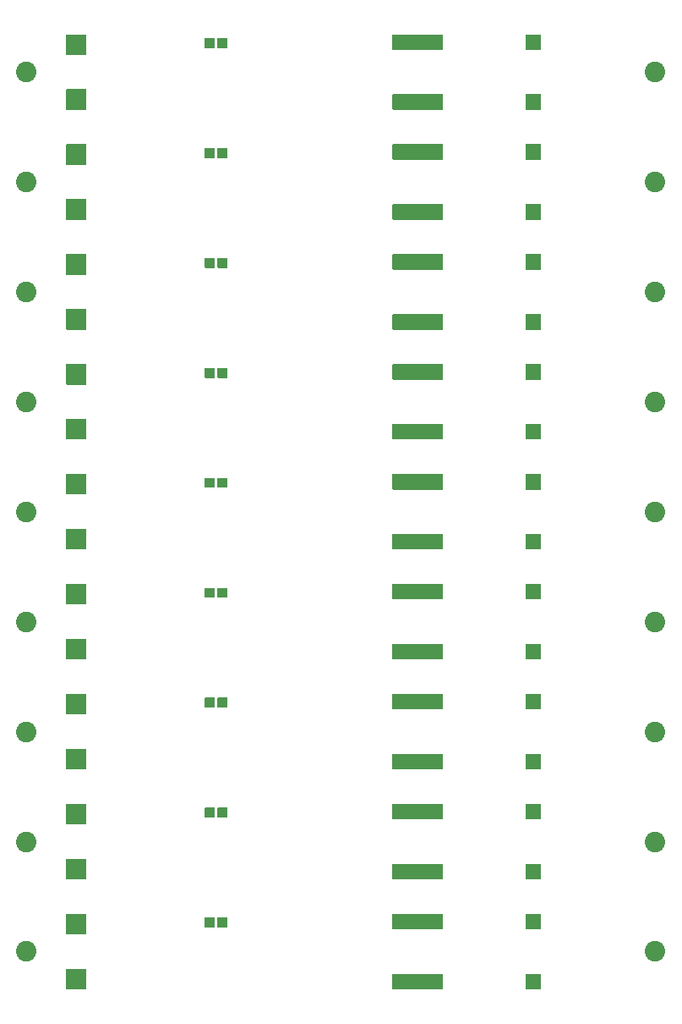
<source format=gbs>
%TF.GenerationSoftware,KiCad,Pcbnew,(5.1.9)-1*%
%TF.CreationDate,2021-10-10T13:17:48+09:00*%
%TF.ProjectId,K7012RA,4b373031-3252-4412-9e6b-696361645f70,rev?*%
%TF.SameCoordinates,PX6b49d20PY8b79910*%
%TF.FileFunction,Soldermask,Bot*%
%TF.FilePolarity,Negative*%
%FSLAX46Y46*%
G04 Gerber Fmt 4.6, Leading zero omitted, Abs format (unit mm)*
G04 Created by KiCad (PCBNEW (5.1.9)-1) date 2021-10-10 13:17:48*
%MOMM*%
%LPD*%
G01*
G04 APERTURE LIST*
%ADD10C,2.050000*%
G04 APERTURE END LIST*
D10*
%TO.C,REF\u002A\u002A*%
X66500000Y4750000D03*
%TD*%
%TO.C,REF\u002A\u002A*%
X66500000Y15750000D03*
%TD*%
%TO.C,REF\u002A\u002A*%
X66500000Y26750000D03*
%TD*%
%TO.C,REF\u002A\u002A*%
X66500000Y37750000D03*
%TD*%
%TO.C,REF\u002A\u002A*%
X66500000Y48750000D03*
%TD*%
%TO.C,REF\u002A\u002A*%
X66500000Y59750000D03*
%TD*%
%TO.C,REF\u002A\u002A*%
X66500000Y70750000D03*
%TD*%
%TO.C,REF\u002A\u002A*%
X66500000Y81750000D03*
%TD*%
%TO.C,REF\u002A\u002A*%
X3500000Y4750000D03*
%TD*%
%TO.C,REF\u002A\u002A*%
X3500000Y15750000D03*
%TD*%
%TO.C,REF\u002A\u002A*%
X3500000Y26750000D03*
%TD*%
%TO.C,REF\u002A\u002A*%
X3500000Y37750000D03*
%TD*%
%TO.C,REF\u002A\u002A*%
X3500000Y48750000D03*
%TD*%
%TO.C,REF\u002A\u002A*%
X3500000Y59750000D03*
%TD*%
%TO.C,REF\u002A\u002A*%
X3500000Y70750000D03*
%TD*%
%TO.C,REF\u002A\u002A*%
X3500000Y81750000D03*
%TD*%
%TO.C,REF\u002A\u002A*%
X3500000Y92750000D03*
%TD*%
%TO.C,REF\u002A\u002A*%
X66500000Y92750000D03*
%TD*%
%TO.C,P5*%
G36*
G01*
X41675000Y7000000D02*
X41675000Y8500000D01*
G75*
G02*
X41700000Y8525000I25000J0D01*
G01*
X43700000Y8525000D01*
G75*
G02*
X43725000Y8500000I0J-25000D01*
G01*
X43725000Y7000000D01*
G75*
G02*
X43700000Y6975000I-25000J0D01*
G01*
X41700000Y6975000D01*
G75*
G02*
X41675000Y7000000I0J25000D01*
G01*
G37*
G36*
G01*
X43675000Y7000000D02*
X43675000Y8500000D01*
G75*
G02*
X43700000Y8525000I25000J0D01*
G01*
X45200000Y8525000D01*
G75*
G02*
X45225000Y8500000I0J-25000D01*
G01*
X45225000Y7000000D01*
G75*
G02*
X45200000Y6975000I-25000J0D01*
G01*
X43700000Y6975000D01*
G75*
G02*
X43675000Y7000000I0J25000D01*
G01*
G37*
G36*
G01*
X40175000Y7000000D02*
X40175000Y8500000D01*
G75*
G02*
X40200000Y8525000I25000J0D01*
G01*
X41700000Y8525000D01*
G75*
G02*
X41725000Y8500000I0J-25000D01*
G01*
X41725000Y7000000D01*
G75*
G02*
X41700000Y6975000I-25000J0D01*
G01*
X40200000Y6975000D01*
G75*
G02*
X40175000Y7000000I0J25000D01*
G01*
G37*
%TD*%
%TO.C,P5*%
G36*
G01*
X41675000Y18000000D02*
X41675000Y19500000D01*
G75*
G02*
X41700000Y19525000I25000J0D01*
G01*
X43700000Y19525000D01*
G75*
G02*
X43725000Y19500000I0J-25000D01*
G01*
X43725000Y18000000D01*
G75*
G02*
X43700000Y17975000I-25000J0D01*
G01*
X41700000Y17975000D01*
G75*
G02*
X41675000Y18000000I0J25000D01*
G01*
G37*
G36*
G01*
X43675000Y18000000D02*
X43675000Y19500000D01*
G75*
G02*
X43700000Y19525000I25000J0D01*
G01*
X45200000Y19525000D01*
G75*
G02*
X45225000Y19500000I0J-25000D01*
G01*
X45225000Y18000000D01*
G75*
G02*
X45200000Y17975000I-25000J0D01*
G01*
X43700000Y17975000D01*
G75*
G02*
X43675000Y18000000I0J25000D01*
G01*
G37*
G36*
G01*
X40175000Y18000000D02*
X40175000Y19500000D01*
G75*
G02*
X40200000Y19525000I25000J0D01*
G01*
X41700000Y19525000D01*
G75*
G02*
X41725000Y19500000I0J-25000D01*
G01*
X41725000Y18000000D01*
G75*
G02*
X41700000Y17975000I-25000J0D01*
G01*
X40200000Y17975000D01*
G75*
G02*
X40175000Y18000000I0J25000D01*
G01*
G37*
%TD*%
%TO.C,P5*%
G36*
G01*
X41675000Y29000000D02*
X41675000Y30500000D01*
G75*
G02*
X41700000Y30525000I25000J0D01*
G01*
X43700000Y30525000D01*
G75*
G02*
X43725000Y30500000I0J-25000D01*
G01*
X43725000Y29000000D01*
G75*
G02*
X43700000Y28975000I-25000J0D01*
G01*
X41700000Y28975000D01*
G75*
G02*
X41675000Y29000000I0J25000D01*
G01*
G37*
G36*
G01*
X43675000Y29000000D02*
X43675000Y30500000D01*
G75*
G02*
X43700000Y30525000I25000J0D01*
G01*
X45200000Y30525000D01*
G75*
G02*
X45225000Y30500000I0J-25000D01*
G01*
X45225000Y29000000D01*
G75*
G02*
X45200000Y28975000I-25000J0D01*
G01*
X43700000Y28975000D01*
G75*
G02*
X43675000Y29000000I0J25000D01*
G01*
G37*
G36*
G01*
X40175000Y29000000D02*
X40175000Y30500000D01*
G75*
G02*
X40200000Y30525000I25000J0D01*
G01*
X41700000Y30525000D01*
G75*
G02*
X41725000Y30500000I0J-25000D01*
G01*
X41725000Y29000000D01*
G75*
G02*
X41700000Y28975000I-25000J0D01*
G01*
X40200000Y28975000D01*
G75*
G02*
X40175000Y29000000I0J25000D01*
G01*
G37*
%TD*%
%TO.C,P5*%
G36*
G01*
X41675000Y40000000D02*
X41675000Y41500000D01*
G75*
G02*
X41700000Y41525000I25000J0D01*
G01*
X43700000Y41525000D01*
G75*
G02*
X43725000Y41500000I0J-25000D01*
G01*
X43725000Y40000000D01*
G75*
G02*
X43700000Y39975000I-25000J0D01*
G01*
X41700000Y39975000D01*
G75*
G02*
X41675000Y40000000I0J25000D01*
G01*
G37*
G36*
G01*
X43675000Y40000000D02*
X43675000Y41500000D01*
G75*
G02*
X43700000Y41525000I25000J0D01*
G01*
X45200000Y41525000D01*
G75*
G02*
X45225000Y41500000I0J-25000D01*
G01*
X45225000Y40000000D01*
G75*
G02*
X45200000Y39975000I-25000J0D01*
G01*
X43700000Y39975000D01*
G75*
G02*
X43675000Y40000000I0J25000D01*
G01*
G37*
G36*
G01*
X40175000Y40000000D02*
X40175000Y41500000D01*
G75*
G02*
X40200000Y41525000I25000J0D01*
G01*
X41700000Y41525000D01*
G75*
G02*
X41725000Y41500000I0J-25000D01*
G01*
X41725000Y40000000D01*
G75*
G02*
X41700000Y39975000I-25000J0D01*
G01*
X40200000Y39975000D01*
G75*
G02*
X40175000Y40000000I0J25000D01*
G01*
G37*
%TD*%
%TO.C,P5*%
G36*
G01*
X41675000Y51000000D02*
X41675000Y52500000D01*
G75*
G02*
X41700000Y52525000I25000J0D01*
G01*
X43700000Y52525000D01*
G75*
G02*
X43725000Y52500000I0J-25000D01*
G01*
X43725000Y51000000D01*
G75*
G02*
X43700000Y50975000I-25000J0D01*
G01*
X41700000Y50975000D01*
G75*
G02*
X41675000Y51000000I0J25000D01*
G01*
G37*
G36*
G01*
X43675000Y51000000D02*
X43675000Y52500000D01*
G75*
G02*
X43700000Y52525000I25000J0D01*
G01*
X45200000Y52525000D01*
G75*
G02*
X45225000Y52500000I0J-25000D01*
G01*
X45225000Y51000000D01*
G75*
G02*
X45200000Y50975000I-25000J0D01*
G01*
X43700000Y50975000D01*
G75*
G02*
X43675000Y51000000I0J25000D01*
G01*
G37*
G36*
G01*
X40175000Y51000000D02*
X40175000Y52500000D01*
G75*
G02*
X40200000Y52525000I25000J0D01*
G01*
X41700000Y52525000D01*
G75*
G02*
X41725000Y52500000I0J-25000D01*
G01*
X41725000Y51000000D01*
G75*
G02*
X41700000Y50975000I-25000J0D01*
G01*
X40200000Y50975000D01*
G75*
G02*
X40175000Y51000000I0J25000D01*
G01*
G37*
%TD*%
%TO.C,P5*%
G36*
G01*
X41675000Y62000000D02*
X41675000Y63500000D01*
G75*
G02*
X41700000Y63525000I25000J0D01*
G01*
X43700000Y63525000D01*
G75*
G02*
X43725000Y63500000I0J-25000D01*
G01*
X43725000Y62000000D01*
G75*
G02*
X43700000Y61975000I-25000J0D01*
G01*
X41700000Y61975000D01*
G75*
G02*
X41675000Y62000000I0J25000D01*
G01*
G37*
G36*
G01*
X43675000Y62000000D02*
X43675000Y63500000D01*
G75*
G02*
X43700000Y63525000I25000J0D01*
G01*
X45200000Y63525000D01*
G75*
G02*
X45225000Y63500000I0J-25000D01*
G01*
X45225000Y62000000D01*
G75*
G02*
X45200000Y61975000I-25000J0D01*
G01*
X43700000Y61975000D01*
G75*
G02*
X43675000Y62000000I0J25000D01*
G01*
G37*
G36*
G01*
X40175000Y62000000D02*
X40175000Y63500000D01*
G75*
G02*
X40200000Y63525000I25000J0D01*
G01*
X41700000Y63525000D01*
G75*
G02*
X41725000Y63500000I0J-25000D01*
G01*
X41725000Y62000000D01*
G75*
G02*
X41700000Y61975000I-25000J0D01*
G01*
X40200000Y61975000D01*
G75*
G02*
X40175000Y62000000I0J25000D01*
G01*
G37*
%TD*%
%TO.C,P5*%
G36*
G01*
X41675000Y73000000D02*
X41675000Y74500000D01*
G75*
G02*
X41700000Y74525000I25000J0D01*
G01*
X43700000Y74525000D01*
G75*
G02*
X43725000Y74500000I0J-25000D01*
G01*
X43725000Y73000000D01*
G75*
G02*
X43700000Y72975000I-25000J0D01*
G01*
X41700000Y72975000D01*
G75*
G02*
X41675000Y73000000I0J25000D01*
G01*
G37*
G36*
G01*
X43675000Y73000000D02*
X43675000Y74500000D01*
G75*
G02*
X43700000Y74525000I25000J0D01*
G01*
X45200000Y74525000D01*
G75*
G02*
X45225000Y74500000I0J-25000D01*
G01*
X45225000Y73000000D01*
G75*
G02*
X45200000Y72975000I-25000J0D01*
G01*
X43700000Y72975000D01*
G75*
G02*
X43675000Y73000000I0J25000D01*
G01*
G37*
G36*
G01*
X40175000Y73000000D02*
X40175000Y74500000D01*
G75*
G02*
X40200000Y74525000I25000J0D01*
G01*
X41700000Y74525000D01*
G75*
G02*
X41725000Y74500000I0J-25000D01*
G01*
X41725000Y73000000D01*
G75*
G02*
X41700000Y72975000I-25000J0D01*
G01*
X40200000Y72975000D01*
G75*
G02*
X40175000Y73000000I0J25000D01*
G01*
G37*
%TD*%
%TO.C,P5*%
G36*
G01*
X41675000Y84000000D02*
X41675000Y85500000D01*
G75*
G02*
X41700000Y85525000I25000J0D01*
G01*
X43700000Y85525000D01*
G75*
G02*
X43725000Y85500000I0J-25000D01*
G01*
X43725000Y84000000D01*
G75*
G02*
X43700000Y83975000I-25000J0D01*
G01*
X41700000Y83975000D01*
G75*
G02*
X41675000Y84000000I0J25000D01*
G01*
G37*
G36*
G01*
X43675000Y84000000D02*
X43675000Y85500000D01*
G75*
G02*
X43700000Y85525000I25000J0D01*
G01*
X45200000Y85525000D01*
G75*
G02*
X45225000Y85500000I0J-25000D01*
G01*
X45225000Y84000000D01*
G75*
G02*
X45200000Y83975000I-25000J0D01*
G01*
X43700000Y83975000D01*
G75*
G02*
X43675000Y84000000I0J25000D01*
G01*
G37*
G36*
G01*
X40175000Y84000000D02*
X40175000Y85500000D01*
G75*
G02*
X40200000Y85525000I25000J0D01*
G01*
X41700000Y85525000D01*
G75*
G02*
X41725000Y85500000I0J-25000D01*
G01*
X41725000Y84000000D01*
G75*
G02*
X41700000Y83975000I-25000J0D01*
G01*
X40200000Y83975000D01*
G75*
G02*
X40175000Y84000000I0J25000D01*
G01*
G37*
%TD*%
%TO.C,P4*%
G36*
G01*
X53475000Y1000000D02*
X53475000Y2500000D01*
G75*
G02*
X53500000Y2525000I25000J0D01*
G01*
X55000000Y2525000D01*
G75*
G02*
X55025000Y2500000I0J-25000D01*
G01*
X55025000Y1000000D01*
G75*
G02*
X55000000Y975000I-25000J0D01*
G01*
X53500000Y975000D01*
G75*
G02*
X53475000Y1000000I0J25000D01*
G01*
G37*
%TD*%
%TO.C,P4*%
G36*
G01*
X53475000Y12000000D02*
X53475000Y13500000D01*
G75*
G02*
X53500000Y13525000I25000J0D01*
G01*
X55000000Y13525000D01*
G75*
G02*
X55025000Y13500000I0J-25000D01*
G01*
X55025000Y12000000D01*
G75*
G02*
X55000000Y11975000I-25000J0D01*
G01*
X53500000Y11975000D01*
G75*
G02*
X53475000Y12000000I0J25000D01*
G01*
G37*
%TD*%
%TO.C,P4*%
G36*
G01*
X53475000Y23000000D02*
X53475000Y24500000D01*
G75*
G02*
X53500000Y24525000I25000J0D01*
G01*
X55000000Y24525000D01*
G75*
G02*
X55025000Y24500000I0J-25000D01*
G01*
X55025000Y23000000D01*
G75*
G02*
X55000000Y22975000I-25000J0D01*
G01*
X53500000Y22975000D01*
G75*
G02*
X53475000Y23000000I0J25000D01*
G01*
G37*
%TD*%
%TO.C,P4*%
G36*
G01*
X53475000Y34000000D02*
X53475000Y35500000D01*
G75*
G02*
X53500000Y35525000I25000J0D01*
G01*
X55000000Y35525000D01*
G75*
G02*
X55025000Y35500000I0J-25000D01*
G01*
X55025000Y34000000D01*
G75*
G02*
X55000000Y33975000I-25000J0D01*
G01*
X53500000Y33975000D01*
G75*
G02*
X53475000Y34000000I0J25000D01*
G01*
G37*
%TD*%
%TO.C,P4*%
G36*
G01*
X53475000Y45000000D02*
X53475000Y46500000D01*
G75*
G02*
X53500000Y46525000I25000J0D01*
G01*
X55000000Y46525000D01*
G75*
G02*
X55025000Y46500000I0J-25000D01*
G01*
X55025000Y45000000D01*
G75*
G02*
X55000000Y44975000I-25000J0D01*
G01*
X53500000Y44975000D01*
G75*
G02*
X53475000Y45000000I0J25000D01*
G01*
G37*
%TD*%
%TO.C,P4*%
G36*
G01*
X53475000Y56000000D02*
X53475000Y57500000D01*
G75*
G02*
X53500000Y57525000I25000J0D01*
G01*
X55000000Y57525000D01*
G75*
G02*
X55025000Y57500000I0J-25000D01*
G01*
X55025000Y56000000D01*
G75*
G02*
X55000000Y55975000I-25000J0D01*
G01*
X53500000Y55975000D01*
G75*
G02*
X53475000Y56000000I0J25000D01*
G01*
G37*
%TD*%
%TO.C,P4*%
G36*
G01*
X53475000Y67000000D02*
X53475000Y68500000D01*
G75*
G02*
X53500000Y68525000I25000J0D01*
G01*
X55000000Y68525000D01*
G75*
G02*
X55025000Y68500000I0J-25000D01*
G01*
X55025000Y67000000D01*
G75*
G02*
X55000000Y66975000I-25000J0D01*
G01*
X53500000Y66975000D01*
G75*
G02*
X53475000Y67000000I0J25000D01*
G01*
G37*
%TD*%
%TO.C,P4*%
G36*
G01*
X53475000Y78000000D02*
X53475000Y79500000D01*
G75*
G02*
X53500000Y79525000I25000J0D01*
G01*
X55000000Y79525000D01*
G75*
G02*
X55025000Y79500000I0J-25000D01*
G01*
X55025000Y78000000D01*
G75*
G02*
X55000000Y77975000I-25000J0D01*
G01*
X53500000Y77975000D01*
G75*
G02*
X53475000Y78000000I0J25000D01*
G01*
G37*
%TD*%
%TO.C,P1*%
G36*
G01*
X9525000Y8500000D02*
X9525000Y6500000D01*
G75*
G02*
X9500000Y6475000I-25000J0D01*
G01*
X7500000Y6475000D01*
G75*
G02*
X7475000Y6500000I0J25000D01*
G01*
X7475000Y8500000D01*
G75*
G02*
X7500000Y8525000I25000J0D01*
G01*
X9500000Y8525000D01*
G75*
G02*
X9525000Y8500000I0J-25000D01*
G01*
G37*
%TD*%
%TO.C,P1*%
G36*
G01*
X9525000Y19500000D02*
X9525000Y17500000D01*
G75*
G02*
X9500000Y17475000I-25000J0D01*
G01*
X7500000Y17475000D01*
G75*
G02*
X7475000Y17500000I0J25000D01*
G01*
X7475000Y19500000D01*
G75*
G02*
X7500000Y19525000I25000J0D01*
G01*
X9500000Y19525000D01*
G75*
G02*
X9525000Y19500000I0J-25000D01*
G01*
G37*
%TD*%
%TO.C,P1*%
G36*
G01*
X9525000Y30500000D02*
X9525000Y28500000D01*
G75*
G02*
X9500000Y28475000I-25000J0D01*
G01*
X7500000Y28475000D01*
G75*
G02*
X7475000Y28500000I0J25000D01*
G01*
X7475000Y30500000D01*
G75*
G02*
X7500000Y30525000I25000J0D01*
G01*
X9500000Y30525000D01*
G75*
G02*
X9525000Y30500000I0J-25000D01*
G01*
G37*
%TD*%
%TO.C,P1*%
G36*
G01*
X9525000Y41500000D02*
X9525000Y39500000D01*
G75*
G02*
X9500000Y39475000I-25000J0D01*
G01*
X7500000Y39475000D01*
G75*
G02*
X7475000Y39500000I0J25000D01*
G01*
X7475000Y41500000D01*
G75*
G02*
X7500000Y41525000I25000J0D01*
G01*
X9500000Y41525000D01*
G75*
G02*
X9525000Y41500000I0J-25000D01*
G01*
G37*
%TD*%
%TO.C,P1*%
G36*
G01*
X9525000Y52500000D02*
X9525000Y50500000D01*
G75*
G02*
X9500000Y50475000I-25000J0D01*
G01*
X7500000Y50475000D01*
G75*
G02*
X7475000Y50500000I0J25000D01*
G01*
X7475000Y52500000D01*
G75*
G02*
X7500000Y52525000I25000J0D01*
G01*
X9500000Y52525000D01*
G75*
G02*
X9525000Y52500000I0J-25000D01*
G01*
G37*
%TD*%
%TO.C,P1*%
G36*
G01*
X9525000Y63500000D02*
X9525000Y61500000D01*
G75*
G02*
X9500000Y61475000I-25000J0D01*
G01*
X7500000Y61475000D01*
G75*
G02*
X7475000Y61500000I0J25000D01*
G01*
X7475000Y63500000D01*
G75*
G02*
X7500000Y63525000I25000J0D01*
G01*
X9500000Y63525000D01*
G75*
G02*
X9525000Y63500000I0J-25000D01*
G01*
G37*
%TD*%
%TO.C,P1*%
G36*
G01*
X9525000Y74500000D02*
X9525000Y72500000D01*
G75*
G02*
X9500000Y72475000I-25000J0D01*
G01*
X7500000Y72475000D01*
G75*
G02*
X7475000Y72500000I0J25000D01*
G01*
X7475000Y74500000D01*
G75*
G02*
X7500000Y74525000I25000J0D01*
G01*
X9500000Y74525000D01*
G75*
G02*
X9525000Y74500000I0J-25000D01*
G01*
G37*
%TD*%
%TO.C,P1*%
G36*
G01*
X9525000Y85500000D02*
X9525000Y83500000D01*
G75*
G02*
X9500000Y83475000I-25000J0D01*
G01*
X7500000Y83475000D01*
G75*
G02*
X7475000Y83500000I0J25000D01*
G01*
X7475000Y85500000D01*
G75*
G02*
X7500000Y85525000I25000J0D01*
G01*
X9500000Y85525000D01*
G75*
G02*
X9525000Y85500000I0J-25000D01*
G01*
G37*
%TD*%
%TO.C,P3*%
G36*
G01*
X9525000Y3000000D02*
X9525000Y1000000D01*
G75*
G02*
X9500000Y975000I-25000J0D01*
G01*
X7500000Y975000D01*
G75*
G02*
X7475000Y1000000I0J25000D01*
G01*
X7475000Y3000000D01*
G75*
G02*
X7500000Y3025000I25000J0D01*
G01*
X9500000Y3025000D01*
G75*
G02*
X9525000Y3000000I0J-25000D01*
G01*
G37*
%TD*%
%TO.C,P3*%
G36*
G01*
X9525000Y14000000D02*
X9525000Y12000000D01*
G75*
G02*
X9500000Y11975000I-25000J0D01*
G01*
X7500000Y11975000D01*
G75*
G02*
X7475000Y12000000I0J25000D01*
G01*
X7475000Y14000000D01*
G75*
G02*
X7500000Y14025000I25000J0D01*
G01*
X9500000Y14025000D01*
G75*
G02*
X9525000Y14000000I0J-25000D01*
G01*
G37*
%TD*%
%TO.C,P3*%
G36*
G01*
X9525000Y25000000D02*
X9525000Y23000000D01*
G75*
G02*
X9500000Y22975000I-25000J0D01*
G01*
X7500000Y22975000D01*
G75*
G02*
X7475000Y23000000I0J25000D01*
G01*
X7475000Y25000000D01*
G75*
G02*
X7500000Y25025000I25000J0D01*
G01*
X9500000Y25025000D01*
G75*
G02*
X9525000Y25000000I0J-25000D01*
G01*
G37*
%TD*%
%TO.C,P3*%
G36*
G01*
X9525000Y36000000D02*
X9525000Y34000000D01*
G75*
G02*
X9500000Y33975000I-25000J0D01*
G01*
X7500000Y33975000D01*
G75*
G02*
X7475000Y34000000I0J25000D01*
G01*
X7475000Y36000000D01*
G75*
G02*
X7500000Y36025000I25000J0D01*
G01*
X9500000Y36025000D01*
G75*
G02*
X9525000Y36000000I0J-25000D01*
G01*
G37*
%TD*%
%TO.C,P3*%
G36*
G01*
X9525000Y47000000D02*
X9525000Y45000000D01*
G75*
G02*
X9500000Y44975000I-25000J0D01*
G01*
X7500000Y44975000D01*
G75*
G02*
X7475000Y45000000I0J25000D01*
G01*
X7475000Y47000000D01*
G75*
G02*
X7500000Y47025000I25000J0D01*
G01*
X9500000Y47025000D01*
G75*
G02*
X9525000Y47000000I0J-25000D01*
G01*
G37*
%TD*%
%TO.C,P3*%
G36*
G01*
X9525000Y58000000D02*
X9525000Y56000000D01*
G75*
G02*
X9500000Y55975000I-25000J0D01*
G01*
X7500000Y55975000D01*
G75*
G02*
X7475000Y56000000I0J25000D01*
G01*
X7475000Y58000000D01*
G75*
G02*
X7500000Y58025000I25000J0D01*
G01*
X9500000Y58025000D01*
G75*
G02*
X9525000Y58000000I0J-25000D01*
G01*
G37*
%TD*%
%TO.C,P3*%
G36*
G01*
X9525000Y69000000D02*
X9525000Y67000000D01*
G75*
G02*
X9500000Y66975000I-25000J0D01*
G01*
X7500000Y66975000D01*
G75*
G02*
X7475000Y67000000I0J25000D01*
G01*
X7475000Y69000000D01*
G75*
G02*
X7500000Y69025000I25000J0D01*
G01*
X9500000Y69025000D01*
G75*
G02*
X9525000Y69000000I0J-25000D01*
G01*
G37*
%TD*%
%TO.C,P3*%
G36*
G01*
X9525000Y80000000D02*
X9525000Y78000000D01*
G75*
G02*
X9500000Y77975000I-25000J0D01*
G01*
X7500000Y77975000D01*
G75*
G02*
X7475000Y78000000I0J25000D01*
G01*
X7475000Y80000000D01*
G75*
G02*
X7500000Y80025000I25000J0D01*
G01*
X9500000Y80025000D01*
G75*
G02*
X9525000Y80000000I0J-25000D01*
G01*
G37*
%TD*%
%TO.C,P2*%
G36*
G01*
X53475000Y7000000D02*
X53475000Y8500000D01*
G75*
G02*
X53500000Y8525000I25000J0D01*
G01*
X55000000Y8525000D01*
G75*
G02*
X55025000Y8500000I0J-25000D01*
G01*
X55025000Y7000000D01*
G75*
G02*
X55000000Y6975000I-25000J0D01*
G01*
X53500000Y6975000D01*
G75*
G02*
X53475000Y7000000I0J25000D01*
G01*
G37*
%TD*%
%TO.C,P2*%
G36*
G01*
X53475000Y18000000D02*
X53475000Y19500000D01*
G75*
G02*
X53500000Y19525000I25000J0D01*
G01*
X55000000Y19525000D01*
G75*
G02*
X55025000Y19500000I0J-25000D01*
G01*
X55025000Y18000000D01*
G75*
G02*
X55000000Y17975000I-25000J0D01*
G01*
X53500000Y17975000D01*
G75*
G02*
X53475000Y18000000I0J25000D01*
G01*
G37*
%TD*%
%TO.C,P2*%
G36*
G01*
X53475000Y29000000D02*
X53475000Y30500000D01*
G75*
G02*
X53500000Y30525000I25000J0D01*
G01*
X55000000Y30525000D01*
G75*
G02*
X55025000Y30500000I0J-25000D01*
G01*
X55025000Y29000000D01*
G75*
G02*
X55000000Y28975000I-25000J0D01*
G01*
X53500000Y28975000D01*
G75*
G02*
X53475000Y29000000I0J25000D01*
G01*
G37*
%TD*%
%TO.C,P2*%
G36*
G01*
X53475000Y40000000D02*
X53475000Y41500000D01*
G75*
G02*
X53500000Y41525000I25000J0D01*
G01*
X55000000Y41525000D01*
G75*
G02*
X55025000Y41500000I0J-25000D01*
G01*
X55025000Y40000000D01*
G75*
G02*
X55000000Y39975000I-25000J0D01*
G01*
X53500000Y39975000D01*
G75*
G02*
X53475000Y40000000I0J25000D01*
G01*
G37*
%TD*%
%TO.C,P2*%
G36*
G01*
X53475000Y51000000D02*
X53475000Y52500000D01*
G75*
G02*
X53500000Y52525000I25000J0D01*
G01*
X55000000Y52525000D01*
G75*
G02*
X55025000Y52500000I0J-25000D01*
G01*
X55025000Y51000000D01*
G75*
G02*
X55000000Y50975000I-25000J0D01*
G01*
X53500000Y50975000D01*
G75*
G02*
X53475000Y51000000I0J25000D01*
G01*
G37*
%TD*%
%TO.C,P2*%
G36*
G01*
X53475000Y62000000D02*
X53475000Y63500000D01*
G75*
G02*
X53500000Y63525000I25000J0D01*
G01*
X55000000Y63525000D01*
G75*
G02*
X55025000Y63500000I0J-25000D01*
G01*
X55025000Y62000000D01*
G75*
G02*
X55000000Y61975000I-25000J0D01*
G01*
X53500000Y61975000D01*
G75*
G02*
X53475000Y62000000I0J25000D01*
G01*
G37*
%TD*%
%TO.C,P2*%
G36*
G01*
X53475000Y73000000D02*
X53475000Y74500000D01*
G75*
G02*
X53500000Y74525000I25000J0D01*
G01*
X55000000Y74525000D01*
G75*
G02*
X55025000Y74500000I0J-25000D01*
G01*
X55025000Y73000000D01*
G75*
G02*
X55000000Y72975000I-25000J0D01*
G01*
X53500000Y72975000D01*
G75*
G02*
X53475000Y73000000I0J25000D01*
G01*
G37*
%TD*%
%TO.C,P2*%
G36*
G01*
X53475000Y84000000D02*
X53475000Y85500000D01*
G75*
G02*
X53500000Y85525000I25000J0D01*
G01*
X55000000Y85525000D01*
G75*
G02*
X55025000Y85500000I0J-25000D01*
G01*
X55025000Y84000000D01*
G75*
G02*
X55000000Y83975000I-25000J0D01*
G01*
X53500000Y83975000D01*
G75*
G02*
X53475000Y84000000I0J25000D01*
G01*
G37*
%TD*%
%TO.C,P9*%
G36*
G01*
X22365000Y8125000D02*
X22365000Y7175000D01*
G75*
G02*
X22340000Y7150000I-25000J0D01*
G01*
X21390000Y7150000D01*
G75*
G02*
X21365000Y7175000I0J25000D01*
G01*
X21365000Y8125000D01*
G75*
G02*
X21390000Y8150000I25000J0D01*
G01*
X22340000Y8150000D01*
G75*
G02*
X22365000Y8125000I0J-25000D01*
G01*
G37*
G36*
G01*
X23635000Y8125000D02*
X23635000Y7175000D01*
G75*
G02*
X23610000Y7150000I-25000J0D01*
G01*
X22660000Y7150000D01*
G75*
G02*
X22635000Y7175000I0J25000D01*
G01*
X22635000Y8125000D01*
G75*
G02*
X22660000Y8150000I25000J0D01*
G01*
X23610000Y8150000D01*
G75*
G02*
X23635000Y8125000I0J-25000D01*
G01*
G37*
%TD*%
%TO.C,P9*%
G36*
G01*
X22365000Y19125000D02*
X22365000Y18175000D01*
G75*
G02*
X22340000Y18150000I-25000J0D01*
G01*
X21390000Y18150000D01*
G75*
G02*
X21365000Y18175000I0J25000D01*
G01*
X21365000Y19125000D01*
G75*
G02*
X21390000Y19150000I25000J0D01*
G01*
X22340000Y19150000D01*
G75*
G02*
X22365000Y19125000I0J-25000D01*
G01*
G37*
G36*
G01*
X23635000Y19125000D02*
X23635000Y18175000D01*
G75*
G02*
X23610000Y18150000I-25000J0D01*
G01*
X22660000Y18150000D01*
G75*
G02*
X22635000Y18175000I0J25000D01*
G01*
X22635000Y19125000D01*
G75*
G02*
X22660000Y19150000I25000J0D01*
G01*
X23610000Y19150000D01*
G75*
G02*
X23635000Y19125000I0J-25000D01*
G01*
G37*
%TD*%
%TO.C,P9*%
G36*
G01*
X22365000Y30125000D02*
X22365000Y29175000D01*
G75*
G02*
X22340000Y29150000I-25000J0D01*
G01*
X21390000Y29150000D01*
G75*
G02*
X21365000Y29175000I0J25000D01*
G01*
X21365000Y30125000D01*
G75*
G02*
X21390000Y30150000I25000J0D01*
G01*
X22340000Y30150000D01*
G75*
G02*
X22365000Y30125000I0J-25000D01*
G01*
G37*
G36*
G01*
X23635000Y30125000D02*
X23635000Y29175000D01*
G75*
G02*
X23610000Y29150000I-25000J0D01*
G01*
X22660000Y29150000D01*
G75*
G02*
X22635000Y29175000I0J25000D01*
G01*
X22635000Y30125000D01*
G75*
G02*
X22660000Y30150000I25000J0D01*
G01*
X23610000Y30150000D01*
G75*
G02*
X23635000Y30125000I0J-25000D01*
G01*
G37*
%TD*%
%TO.C,P9*%
G36*
G01*
X22365000Y41125000D02*
X22365000Y40175000D01*
G75*
G02*
X22340000Y40150000I-25000J0D01*
G01*
X21390000Y40150000D01*
G75*
G02*
X21365000Y40175000I0J25000D01*
G01*
X21365000Y41125000D01*
G75*
G02*
X21390000Y41150000I25000J0D01*
G01*
X22340000Y41150000D01*
G75*
G02*
X22365000Y41125000I0J-25000D01*
G01*
G37*
G36*
G01*
X23635000Y41125000D02*
X23635000Y40175000D01*
G75*
G02*
X23610000Y40150000I-25000J0D01*
G01*
X22660000Y40150000D01*
G75*
G02*
X22635000Y40175000I0J25000D01*
G01*
X22635000Y41125000D01*
G75*
G02*
X22660000Y41150000I25000J0D01*
G01*
X23610000Y41150000D01*
G75*
G02*
X23635000Y41125000I0J-25000D01*
G01*
G37*
%TD*%
%TO.C,P9*%
G36*
G01*
X22365000Y52125000D02*
X22365000Y51175000D01*
G75*
G02*
X22340000Y51150000I-25000J0D01*
G01*
X21390000Y51150000D01*
G75*
G02*
X21365000Y51175000I0J25000D01*
G01*
X21365000Y52125000D01*
G75*
G02*
X21390000Y52150000I25000J0D01*
G01*
X22340000Y52150000D01*
G75*
G02*
X22365000Y52125000I0J-25000D01*
G01*
G37*
G36*
G01*
X23635000Y52125000D02*
X23635000Y51175000D01*
G75*
G02*
X23610000Y51150000I-25000J0D01*
G01*
X22660000Y51150000D01*
G75*
G02*
X22635000Y51175000I0J25000D01*
G01*
X22635000Y52125000D01*
G75*
G02*
X22660000Y52150000I25000J0D01*
G01*
X23610000Y52150000D01*
G75*
G02*
X23635000Y52125000I0J-25000D01*
G01*
G37*
%TD*%
%TO.C,P9*%
G36*
G01*
X22365000Y63125000D02*
X22365000Y62175000D01*
G75*
G02*
X22340000Y62150000I-25000J0D01*
G01*
X21390000Y62150000D01*
G75*
G02*
X21365000Y62175000I0J25000D01*
G01*
X21365000Y63125000D01*
G75*
G02*
X21390000Y63150000I25000J0D01*
G01*
X22340000Y63150000D01*
G75*
G02*
X22365000Y63125000I0J-25000D01*
G01*
G37*
G36*
G01*
X23635000Y63125000D02*
X23635000Y62175000D01*
G75*
G02*
X23610000Y62150000I-25000J0D01*
G01*
X22660000Y62150000D01*
G75*
G02*
X22635000Y62175000I0J25000D01*
G01*
X22635000Y63125000D01*
G75*
G02*
X22660000Y63150000I25000J0D01*
G01*
X23610000Y63150000D01*
G75*
G02*
X23635000Y63125000I0J-25000D01*
G01*
G37*
%TD*%
%TO.C,P9*%
G36*
G01*
X22365000Y74125000D02*
X22365000Y73175000D01*
G75*
G02*
X22340000Y73150000I-25000J0D01*
G01*
X21390000Y73150000D01*
G75*
G02*
X21365000Y73175000I0J25000D01*
G01*
X21365000Y74125000D01*
G75*
G02*
X21390000Y74150000I25000J0D01*
G01*
X22340000Y74150000D01*
G75*
G02*
X22365000Y74125000I0J-25000D01*
G01*
G37*
G36*
G01*
X23635000Y74125000D02*
X23635000Y73175000D01*
G75*
G02*
X23610000Y73150000I-25000J0D01*
G01*
X22660000Y73150000D01*
G75*
G02*
X22635000Y73175000I0J25000D01*
G01*
X22635000Y74125000D01*
G75*
G02*
X22660000Y74150000I25000J0D01*
G01*
X23610000Y74150000D01*
G75*
G02*
X23635000Y74125000I0J-25000D01*
G01*
G37*
%TD*%
%TO.C,P9*%
G36*
G01*
X22365000Y85125000D02*
X22365000Y84175000D01*
G75*
G02*
X22340000Y84150000I-25000J0D01*
G01*
X21390000Y84150000D01*
G75*
G02*
X21365000Y84175000I0J25000D01*
G01*
X21365000Y85125000D01*
G75*
G02*
X21390000Y85150000I25000J0D01*
G01*
X22340000Y85150000D01*
G75*
G02*
X22365000Y85125000I0J-25000D01*
G01*
G37*
G36*
G01*
X23635000Y85125000D02*
X23635000Y84175000D01*
G75*
G02*
X23610000Y84150000I-25000J0D01*
G01*
X22660000Y84150000D01*
G75*
G02*
X22635000Y84175000I0J25000D01*
G01*
X22635000Y85125000D01*
G75*
G02*
X22660000Y85150000I25000J0D01*
G01*
X23610000Y85150000D01*
G75*
G02*
X23635000Y85125000I0J-25000D01*
G01*
G37*
%TD*%
%TO.C,P6*%
G36*
G01*
X40175000Y1000000D02*
X40175000Y2500000D01*
G75*
G02*
X40200000Y2525000I25000J0D01*
G01*
X41700000Y2525000D01*
G75*
G02*
X41725000Y2500000I0J-25000D01*
G01*
X41725000Y1000000D01*
G75*
G02*
X41700000Y975000I-25000J0D01*
G01*
X40200000Y975000D01*
G75*
G02*
X40175000Y1000000I0J25000D01*
G01*
G37*
G36*
G01*
X43675000Y1000000D02*
X43675000Y2500000D01*
G75*
G02*
X43700000Y2525000I25000J0D01*
G01*
X45200000Y2525000D01*
G75*
G02*
X45225000Y2500000I0J-25000D01*
G01*
X45225000Y1000000D01*
G75*
G02*
X45200000Y975000I-25000J0D01*
G01*
X43700000Y975000D01*
G75*
G02*
X43675000Y1000000I0J25000D01*
G01*
G37*
G36*
G01*
X41675000Y1000000D02*
X41675000Y2500000D01*
G75*
G02*
X41700000Y2525000I25000J0D01*
G01*
X43700000Y2525000D01*
G75*
G02*
X43725000Y2500000I0J-25000D01*
G01*
X43725000Y1000000D01*
G75*
G02*
X43700000Y975000I-25000J0D01*
G01*
X41700000Y975000D01*
G75*
G02*
X41675000Y1000000I0J25000D01*
G01*
G37*
%TD*%
%TO.C,P6*%
G36*
G01*
X40175000Y12000000D02*
X40175000Y13500000D01*
G75*
G02*
X40200000Y13525000I25000J0D01*
G01*
X41700000Y13525000D01*
G75*
G02*
X41725000Y13500000I0J-25000D01*
G01*
X41725000Y12000000D01*
G75*
G02*
X41700000Y11975000I-25000J0D01*
G01*
X40200000Y11975000D01*
G75*
G02*
X40175000Y12000000I0J25000D01*
G01*
G37*
G36*
G01*
X43675000Y12000000D02*
X43675000Y13500000D01*
G75*
G02*
X43700000Y13525000I25000J0D01*
G01*
X45200000Y13525000D01*
G75*
G02*
X45225000Y13500000I0J-25000D01*
G01*
X45225000Y12000000D01*
G75*
G02*
X45200000Y11975000I-25000J0D01*
G01*
X43700000Y11975000D01*
G75*
G02*
X43675000Y12000000I0J25000D01*
G01*
G37*
G36*
G01*
X41675000Y12000000D02*
X41675000Y13500000D01*
G75*
G02*
X41700000Y13525000I25000J0D01*
G01*
X43700000Y13525000D01*
G75*
G02*
X43725000Y13500000I0J-25000D01*
G01*
X43725000Y12000000D01*
G75*
G02*
X43700000Y11975000I-25000J0D01*
G01*
X41700000Y11975000D01*
G75*
G02*
X41675000Y12000000I0J25000D01*
G01*
G37*
%TD*%
%TO.C,P6*%
G36*
G01*
X40175000Y23000000D02*
X40175000Y24500000D01*
G75*
G02*
X40200000Y24525000I25000J0D01*
G01*
X41700000Y24525000D01*
G75*
G02*
X41725000Y24500000I0J-25000D01*
G01*
X41725000Y23000000D01*
G75*
G02*
X41700000Y22975000I-25000J0D01*
G01*
X40200000Y22975000D01*
G75*
G02*
X40175000Y23000000I0J25000D01*
G01*
G37*
G36*
G01*
X43675000Y23000000D02*
X43675000Y24500000D01*
G75*
G02*
X43700000Y24525000I25000J0D01*
G01*
X45200000Y24525000D01*
G75*
G02*
X45225000Y24500000I0J-25000D01*
G01*
X45225000Y23000000D01*
G75*
G02*
X45200000Y22975000I-25000J0D01*
G01*
X43700000Y22975000D01*
G75*
G02*
X43675000Y23000000I0J25000D01*
G01*
G37*
G36*
G01*
X41675000Y23000000D02*
X41675000Y24500000D01*
G75*
G02*
X41700000Y24525000I25000J0D01*
G01*
X43700000Y24525000D01*
G75*
G02*
X43725000Y24500000I0J-25000D01*
G01*
X43725000Y23000000D01*
G75*
G02*
X43700000Y22975000I-25000J0D01*
G01*
X41700000Y22975000D01*
G75*
G02*
X41675000Y23000000I0J25000D01*
G01*
G37*
%TD*%
%TO.C,P6*%
G36*
G01*
X40175000Y34000000D02*
X40175000Y35500000D01*
G75*
G02*
X40200000Y35525000I25000J0D01*
G01*
X41700000Y35525000D01*
G75*
G02*
X41725000Y35500000I0J-25000D01*
G01*
X41725000Y34000000D01*
G75*
G02*
X41700000Y33975000I-25000J0D01*
G01*
X40200000Y33975000D01*
G75*
G02*
X40175000Y34000000I0J25000D01*
G01*
G37*
G36*
G01*
X43675000Y34000000D02*
X43675000Y35500000D01*
G75*
G02*
X43700000Y35525000I25000J0D01*
G01*
X45200000Y35525000D01*
G75*
G02*
X45225000Y35500000I0J-25000D01*
G01*
X45225000Y34000000D01*
G75*
G02*
X45200000Y33975000I-25000J0D01*
G01*
X43700000Y33975000D01*
G75*
G02*
X43675000Y34000000I0J25000D01*
G01*
G37*
G36*
G01*
X41675000Y34000000D02*
X41675000Y35500000D01*
G75*
G02*
X41700000Y35525000I25000J0D01*
G01*
X43700000Y35525000D01*
G75*
G02*
X43725000Y35500000I0J-25000D01*
G01*
X43725000Y34000000D01*
G75*
G02*
X43700000Y33975000I-25000J0D01*
G01*
X41700000Y33975000D01*
G75*
G02*
X41675000Y34000000I0J25000D01*
G01*
G37*
%TD*%
%TO.C,P6*%
G36*
G01*
X40175000Y45000000D02*
X40175000Y46500000D01*
G75*
G02*
X40200000Y46525000I25000J0D01*
G01*
X41700000Y46525000D01*
G75*
G02*
X41725000Y46500000I0J-25000D01*
G01*
X41725000Y45000000D01*
G75*
G02*
X41700000Y44975000I-25000J0D01*
G01*
X40200000Y44975000D01*
G75*
G02*
X40175000Y45000000I0J25000D01*
G01*
G37*
G36*
G01*
X43675000Y45000000D02*
X43675000Y46500000D01*
G75*
G02*
X43700000Y46525000I25000J0D01*
G01*
X45200000Y46525000D01*
G75*
G02*
X45225000Y46500000I0J-25000D01*
G01*
X45225000Y45000000D01*
G75*
G02*
X45200000Y44975000I-25000J0D01*
G01*
X43700000Y44975000D01*
G75*
G02*
X43675000Y45000000I0J25000D01*
G01*
G37*
G36*
G01*
X41675000Y45000000D02*
X41675000Y46500000D01*
G75*
G02*
X41700000Y46525000I25000J0D01*
G01*
X43700000Y46525000D01*
G75*
G02*
X43725000Y46500000I0J-25000D01*
G01*
X43725000Y45000000D01*
G75*
G02*
X43700000Y44975000I-25000J0D01*
G01*
X41700000Y44975000D01*
G75*
G02*
X41675000Y45000000I0J25000D01*
G01*
G37*
%TD*%
%TO.C,P6*%
G36*
G01*
X40175000Y56000000D02*
X40175000Y57500000D01*
G75*
G02*
X40200000Y57525000I25000J0D01*
G01*
X41700000Y57525000D01*
G75*
G02*
X41725000Y57500000I0J-25000D01*
G01*
X41725000Y56000000D01*
G75*
G02*
X41700000Y55975000I-25000J0D01*
G01*
X40200000Y55975000D01*
G75*
G02*
X40175000Y56000000I0J25000D01*
G01*
G37*
G36*
G01*
X43675000Y56000000D02*
X43675000Y57500000D01*
G75*
G02*
X43700000Y57525000I25000J0D01*
G01*
X45200000Y57525000D01*
G75*
G02*
X45225000Y57500000I0J-25000D01*
G01*
X45225000Y56000000D01*
G75*
G02*
X45200000Y55975000I-25000J0D01*
G01*
X43700000Y55975000D01*
G75*
G02*
X43675000Y56000000I0J25000D01*
G01*
G37*
G36*
G01*
X41675000Y56000000D02*
X41675000Y57500000D01*
G75*
G02*
X41700000Y57525000I25000J0D01*
G01*
X43700000Y57525000D01*
G75*
G02*
X43725000Y57500000I0J-25000D01*
G01*
X43725000Y56000000D01*
G75*
G02*
X43700000Y55975000I-25000J0D01*
G01*
X41700000Y55975000D01*
G75*
G02*
X41675000Y56000000I0J25000D01*
G01*
G37*
%TD*%
%TO.C,P6*%
G36*
G01*
X40175000Y67000000D02*
X40175000Y68500000D01*
G75*
G02*
X40200000Y68525000I25000J0D01*
G01*
X41700000Y68525000D01*
G75*
G02*
X41725000Y68500000I0J-25000D01*
G01*
X41725000Y67000000D01*
G75*
G02*
X41700000Y66975000I-25000J0D01*
G01*
X40200000Y66975000D01*
G75*
G02*
X40175000Y67000000I0J25000D01*
G01*
G37*
G36*
G01*
X43675000Y67000000D02*
X43675000Y68500000D01*
G75*
G02*
X43700000Y68525000I25000J0D01*
G01*
X45200000Y68525000D01*
G75*
G02*
X45225000Y68500000I0J-25000D01*
G01*
X45225000Y67000000D01*
G75*
G02*
X45200000Y66975000I-25000J0D01*
G01*
X43700000Y66975000D01*
G75*
G02*
X43675000Y67000000I0J25000D01*
G01*
G37*
G36*
G01*
X41675000Y67000000D02*
X41675000Y68500000D01*
G75*
G02*
X41700000Y68525000I25000J0D01*
G01*
X43700000Y68525000D01*
G75*
G02*
X43725000Y68500000I0J-25000D01*
G01*
X43725000Y67000000D01*
G75*
G02*
X43700000Y66975000I-25000J0D01*
G01*
X41700000Y66975000D01*
G75*
G02*
X41675000Y67000000I0J25000D01*
G01*
G37*
%TD*%
%TO.C,P6*%
G36*
G01*
X40175000Y78000000D02*
X40175000Y79500000D01*
G75*
G02*
X40200000Y79525000I25000J0D01*
G01*
X41700000Y79525000D01*
G75*
G02*
X41725000Y79500000I0J-25000D01*
G01*
X41725000Y78000000D01*
G75*
G02*
X41700000Y77975000I-25000J0D01*
G01*
X40200000Y77975000D01*
G75*
G02*
X40175000Y78000000I0J25000D01*
G01*
G37*
G36*
G01*
X43675000Y78000000D02*
X43675000Y79500000D01*
G75*
G02*
X43700000Y79525000I25000J0D01*
G01*
X45200000Y79525000D01*
G75*
G02*
X45225000Y79500000I0J-25000D01*
G01*
X45225000Y78000000D01*
G75*
G02*
X45200000Y77975000I-25000J0D01*
G01*
X43700000Y77975000D01*
G75*
G02*
X43675000Y78000000I0J25000D01*
G01*
G37*
G36*
G01*
X41675000Y78000000D02*
X41675000Y79500000D01*
G75*
G02*
X41700000Y79525000I25000J0D01*
G01*
X43700000Y79525000D01*
G75*
G02*
X43725000Y79500000I0J-25000D01*
G01*
X43725000Y78000000D01*
G75*
G02*
X43700000Y77975000I-25000J0D01*
G01*
X41700000Y77975000D01*
G75*
G02*
X41675000Y78000000I0J25000D01*
G01*
G37*
%TD*%
%TO.C,P4*%
G36*
G01*
X53475000Y89000000D02*
X53475000Y90500000D01*
G75*
G02*
X53500000Y90525000I25000J0D01*
G01*
X55000000Y90525000D01*
G75*
G02*
X55025000Y90500000I0J-25000D01*
G01*
X55025000Y89000000D01*
G75*
G02*
X55000000Y88975000I-25000J0D01*
G01*
X53500000Y88975000D01*
G75*
G02*
X53475000Y89000000I0J25000D01*
G01*
G37*
%TD*%
%TO.C,P2*%
G36*
G01*
X53475000Y95000000D02*
X53475000Y96500000D01*
G75*
G02*
X53500000Y96525000I25000J0D01*
G01*
X55000000Y96525000D01*
G75*
G02*
X55025000Y96500000I0J-25000D01*
G01*
X55025000Y95000000D01*
G75*
G02*
X55000000Y94975000I-25000J0D01*
G01*
X53500000Y94975000D01*
G75*
G02*
X53475000Y95000000I0J25000D01*
G01*
G37*
%TD*%
%TO.C,P3*%
G36*
G01*
X9525000Y91000000D02*
X9525000Y89000000D01*
G75*
G02*
X9500000Y88975000I-25000J0D01*
G01*
X7500000Y88975000D01*
G75*
G02*
X7475000Y89000000I0J25000D01*
G01*
X7475000Y91000000D01*
G75*
G02*
X7500000Y91025000I25000J0D01*
G01*
X9500000Y91025000D01*
G75*
G02*
X9525000Y91000000I0J-25000D01*
G01*
G37*
%TD*%
%TO.C,P1*%
G36*
G01*
X9525000Y96500000D02*
X9525000Y94500000D01*
G75*
G02*
X9500000Y94475000I-25000J0D01*
G01*
X7500000Y94475000D01*
G75*
G02*
X7475000Y94500000I0J25000D01*
G01*
X7475000Y96500000D01*
G75*
G02*
X7500000Y96525000I25000J0D01*
G01*
X9500000Y96525000D01*
G75*
G02*
X9525000Y96500000I0J-25000D01*
G01*
G37*
%TD*%
%TO.C,P5*%
G36*
G01*
X40175000Y95000000D02*
X40175000Y96500000D01*
G75*
G02*
X40200000Y96525000I25000J0D01*
G01*
X41700000Y96525000D01*
G75*
G02*
X41725000Y96500000I0J-25000D01*
G01*
X41725000Y95000000D01*
G75*
G02*
X41700000Y94975000I-25000J0D01*
G01*
X40200000Y94975000D01*
G75*
G02*
X40175000Y95000000I0J25000D01*
G01*
G37*
G36*
G01*
X43675000Y95000000D02*
X43675000Y96500000D01*
G75*
G02*
X43700000Y96525000I25000J0D01*
G01*
X45200000Y96525000D01*
G75*
G02*
X45225000Y96500000I0J-25000D01*
G01*
X45225000Y95000000D01*
G75*
G02*
X45200000Y94975000I-25000J0D01*
G01*
X43700000Y94975000D01*
G75*
G02*
X43675000Y95000000I0J25000D01*
G01*
G37*
G36*
G01*
X41675000Y95000000D02*
X41675000Y96500000D01*
G75*
G02*
X41700000Y96525000I25000J0D01*
G01*
X43700000Y96525000D01*
G75*
G02*
X43725000Y96500000I0J-25000D01*
G01*
X43725000Y95000000D01*
G75*
G02*
X43700000Y94975000I-25000J0D01*
G01*
X41700000Y94975000D01*
G75*
G02*
X41675000Y95000000I0J25000D01*
G01*
G37*
%TD*%
%TO.C,P6*%
G36*
G01*
X41675000Y89000000D02*
X41675000Y90500000D01*
G75*
G02*
X41700000Y90525000I25000J0D01*
G01*
X43700000Y90525000D01*
G75*
G02*
X43725000Y90500000I0J-25000D01*
G01*
X43725000Y89000000D01*
G75*
G02*
X43700000Y88975000I-25000J0D01*
G01*
X41700000Y88975000D01*
G75*
G02*
X41675000Y89000000I0J25000D01*
G01*
G37*
G36*
G01*
X43675000Y89000000D02*
X43675000Y90500000D01*
G75*
G02*
X43700000Y90525000I25000J0D01*
G01*
X45200000Y90525000D01*
G75*
G02*
X45225000Y90500000I0J-25000D01*
G01*
X45225000Y89000000D01*
G75*
G02*
X45200000Y88975000I-25000J0D01*
G01*
X43700000Y88975000D01*
G75*
G02*
X43675000Y89000000I0J25000D01*
G01*
G37*
G36*
G01*
X40175000Y89000000D02*
X40175000Y90500000D01*
G75*
G02*
X40200000Y90525000I25000J0D01*
G01*
X41700000Y90525000D01*
G75*
G02*
X41725000Y90500000I0J-25000D01*
G01*
X41725000Y89000000D01*
G75*
G02*
X41700000Y88975000I-25000J0D01*
G01*
X40200000Y88975000D01*
G75*
G02*
X40175000Y89000000I0J25000D01*
G01*
G37*
%TD*%
%TO.C,P9*%
G36*
G01*
X23635000Y96125000D02*
X23635000Y95175000D01*
G75*
G02*
X23610000Y95150000I-25000J0D01*
G01*
X22660000Y95150000D01*
G75*
G02*
X22635000Y95175000I0J25000D01*
G01*
X22635000Y96125000D01*
G75*
G02*
X22660000Y96150000I25000J0D01*
G01*
X23610000Y96150000D01*
G75*
G02*
X23635000Y96125000I0J-25000D01*
G01*
G37*
G36*
G01*
X22365000Y96125000D02*
X22365000Y95175000D01*
G75*
G02*
X22340000Y95150000I-25000J0D01*
G01*
X21390000Y95150000D01*
G75*
G02*
X21365000Y95175000I0J25000D01*
G01*
X21365000Y96125000D01*
G75*
G02*
X21390000Y96150000I25000J0D01*
G01*
X22340000Y96150000D01*
G75*
G02*
X22365000Y96125000I0J-25000D01*
G01*
G37*
%TD*%
M02*

</source>
